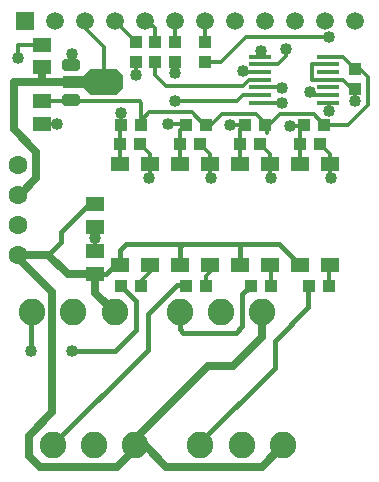
<source format=gbr>
G04 DipTrace 4.0.0.2*
G04 1 - Top.gbr*
%MOIN*%
G04 #@! TF.FileFunction,Copper,L1,Top*
G04 #@! TF.Part,Single*
%AMOUTLINE0*
4,1,28,
-0.019686,0.019684,
0.019684,0.019686,
0.022232,0.01935,
0.024606,0.018367,
0.026644,0.016803,
0.028208,0.014765,
0.029192,0.012391,
0.029527,0.009843,
0.029528,-0.009842,
0.029193,-0.012389,
0.028209,-0.014763,
0.026645,-0.016801,
0.024607,-0.018366,
0.022233,-0.019349,
0.019686,-0.019684,
-0.019684,-0.019686,
-0.022232,-0.01935,
-0.024606,-0.018367,
-0.026644,-0.016803,
-0.028208,-0.014765,
-0.029192,-0.012391,
-0.029527,-0.009843,
-0.029528,0.009842,
-0.029193,0.012389,
-0.028209,0.014763,
-0.026645,0.016801,
-0.024607,0.018366,
-0.022233,0.019349,
-0.019686,0.019684,
0*%
%AMOUTLINE3*
4,1,10,
-0.100393,-0.019688,
-0.033464,-0.019686,
-0.009841,-0.043307,
0.076773,-0.043305,
0.100394,-0.019682,
0.100393,0.019688,
0.07677,0.043309,
-0.009844,0.043307,
-0.033465,0.019684,
-0.100394,0.019682,
-0.100393,-0.019688,
0*%
%AMOUTLINE6*
4,1,28,
-0.035433,-0.003937,
-0.035433,0.003937,
-0.035299,0.004956,
-0.034906,0.005906,
-0.03428,0.006721,
-0.033465,0.007347,
-0.032515,0.00774,
-0.031496,0.007874,
0.031496,0.007874,
0.032515,0.00774,
0.033465,0.007347,
0.03428,0.006721,
0.034906,0.005906,
0.035299,0.004956,
0.035433,0.003937,
0.035433,-0.003937,
0.035299,-0.004956,
0.034906,-0.005906,
0.03428,-0.006721,
0.033465,-0.007347,
0.032515,-0.00774,
0.031496,-0.007874,
-0.031496,-0.007874,
-0.032515,-0.00774,
-0.033465,-0.007347,
-0.03428,-0.006721,
-0.034906,-0.005906,
-0.035299,-0.004956,
-0.035433,-0.003937,
0*%
G04 #@! TA.AperFunction,Conductor*
%ADD15C,0.025*%
%ADD16C,0.012*%
%ADD17C,0.016*%
%ADD18C,0.014*%
%ADD19R,0.059055X0.051181*%
%ADD20R,0.03937X0.043307*%
%ADD21R,0.043307X0.03937*%
G04 #@! TA.AperFunction,ComponentPad*
%ADD22R,0.059055X0.059055*%
%ADD23C,0.059055*%
%ADD24C,0.062992*%
%ADD25C,0.088583*%
G04 #@! TA.AperFunction,ViaPad*
%ADD26C,0.04*%
%ADD51OUTLINE0*%
%ADD54OUTLINE3*%
%ADD57OUTLINE6*%
%FSLAX26Y26*%
G04*
G70*
G90*
G75*
G01*
G04 Top*
%LPD*%
X531202Y1812550D2*
D15*
Y1762450D1*
X699950D1*
X452756Y1388583D2*
X457332D1*
X512450Y1443701D1*
Y1531202D1*
X437450Y1606202D1*
Y1762450D1*
X699950D1*
X673617Y1968504D2*
D16*
Y1945035D1*
X737451Y1881201D1*
Y1762450D1*
X699950D1*
X531199Y1887353D2*
X449951D1*
Y1843701D1*
X531202Y1625049D2*
X581201D1*
Y1624951D1*
X891732Y1489066D2*
Y1447982D1*
X887451Y1443701D1*
X1091732Y1489066D2*
Y1445669D1*
X1093701Y1443701D1*
X1291732Y1489066D2*
Y1445669D1*
X1293701Y1443701D1*
X1491732Y1489066D2*
Y1445669D1*
X1493701Y1443701D1*
X891732Y1489066D2*
Y1522883D1*
X858415Y1556201D1*
X1091732Y1489066D2*
Y1522885D1*
X1058416Y1556201D1*
X1291732Y1489066D2*
Y1522885D1*
X1258416Y1556201D1*
X1491732Y1489066D2*
Y1522883D1*
X1458415Y1556201D1*
X1574951Y1741486D2*
Y1699950D1*
Y1741486D2*
X1564665D1*
X1534497Y1771654D1*
X1485580D1*
X1257241Y1694882D2*
X1330020D1*
X1331201Y1693701D1*
X1485580Y1822835D2*
X1431201D1*
Y1771654D1*
X1485580D1*
X629083Y1821503D2*
Y1854083D1*
X631201Y1856201D1*
X452756Y1188583D2*
D15*
X551936D1*
X616503Y1124016D1*
X708661D1*
Y1061391D1*
X773031Y997021D1*
X841929Y552139D2*
X873185D1*
X944123Y481201D1*
X1263117D1*
X1334055Y552139D1*
X452756Y1188583D2*
Y1177289D1*
X565696Y1064349D1*
Y663407D1*
X487450Y585161D1*
Y518071D1*
X524320Y481201D1*
X781201D1*
X841929Y541929D1*
Y552139D1*
X708661Y1124016D2*
D17*
X743862D1*
X774266Y1154420D1*
X791732D1*
Y1204564D1*
X811684Y1224516D1*
X1002016D1*
X1191732D1*
X1321636D1*
X1391732Y1154420D1*
X1191732D2*
Y1224516D1*
X991732Y1154420D2*
Y1214232D1*
X1002016Y1224516D1*
X841929Y552139D2*
D15*
Y573793D1*
X1084402Y816265D1*
X1169094D1*
X1265157Y912328D1*
Y997021D1*
X452756Y1188583D2*
D17*
D3*
X708661Y1356299D2*
X687458D1*
X594688Y1263529D1*
Y1231335D1*
X551936Y1188583D1*
X861171Y1083534D2*
D18*
Y1100757D1*
X891732Y1131319D1*
Y1154420D1*
X1076772Y1083535D2*
Y1116504D1*
X1091732Y1131465D1*
Y1154420D1*
X1293307Y1082946D2*
Y1134941D1*
X1291732Y1136516D1*
Y1154420D1*
X1489222Y1082946D2*
Y1131064D1*
X1491732Y1133575D1*
Y1154420D1*
X531200Y1699852D2*
D16*
X625545D1*
X629086Y1703393D1*
X860236Y1621121D2*
Y1635235D1*
X887451Y1662450D1*
X1031201D1*
X1072530Y1621121D1*
X1076772D1*
X1281201Y1593701D2*
Y1612450D1*
X1324951Y1656201D1*
X1437451D1*
X1468701Y1624951D1*
Y1621121D1*
X1470472D1*
X1076772D2*
X1096121D1*
X1131201Y1656201D1*
X1243699D1*
X1273622Y1626278D1*
Y1621121D1*
X1485580Y1848425D2*
X1534941D1*
X1574951Y1808415D1*
X1591487D1*
X1618701Y1781201D1*
Y1687450D1*
X1552371Y1621121D1*
X1470472D1*
X860236D2*
X862450D1*
Y1693701D1*
X856199Y1699951D1*
X629086D1*
Y1703393D1*
X791732Y1489066D2*
Y1619546D1*
X793307Y1621121D1*
X1257234Y1848425D2*
Y1863483D1*
X1262451Y1868701D1*
X793307Y1662056D2*
Y1621121D1*
X991732Y1489066D2*
Y1603010D1*
X1009843Y1621121D1*
X1257234Y1797244D2*
X1202657D1*
X1199951Y1799950D1*
X949951Y1624951D2*
X1006012D1*
X1009843Y1621121D1*
X708661Y1198819D2*
Y1241240D1*
X706201Y1243701D1*
X708661Y1281496D2*
Y1246161D1*
X706201Y1243701D1*
X1191732Y1489066D2*
Y1606160D1*
X1206693Y1621121D1*
X1257234Y1746063D2*
X1328839D1*
X1331201Y1743701D1*
X1156201Y1621121D2*
X1206693D1*
X1391732Y1489066D2*
Y1609310D1*
X1403543Y1621121D1*
X1485580Y1720472D2*
X1435678D1*
X1424950Y1731201D1*
X1356201Y1618701D2*
X1405963D1*
X1403543Y1621121D1*
X497441Y997021D2*
D17*
X493701D1*
Y868701D1*
X630573D2*
X775277D1*
X843749Y937173D1*
Y1034026D1*
X794241Y1083534D1*
X566339Y552139D2*
X564639D1*
X883787Y871287D1*
Y990979D1*
X980260Y1087451D1*
X1005924D1*
X1009843Y1083533D1*
X989567Y997021D2*
Y938941D1*
X1001127Y927381D1*
X1177500D1*
X1199134Y949014D1*
Y1055702D1*
X1226378Y1082946D1*
X1058465Y552139D2*
Y564182D1*
X1306281Y811999D1*
Y898988D1*
X1419474Y1012181D1*
Y1080127D1*
X1422293Y1082946D1*
X1073617Y1968504D2*
D16*
Y1897249D1*
X1074950Y1895916D1*
X773617Y1968504D2*
Y1966000D1*
X843701Y1895916D1*
X873617Y1968504D2*
X881398D1*
X906201Y1943701D1*
Y1895916D1*
X973617Y1968504D2*
Y1897249D1*
X974950Y1895916D1*
X843701Y1828987D2*
Y1787451D1*
X1343701Y1874951D2*
Y1849951D1*
X1316584Y1822835D1*
X1257234D1*
Y1771654D2*
X1221655D1*
X1199951Y1749950D1*
X943702D1*
X906201Y1787451D1*
Y1828987D1*
X1074950D2*
X1128987D1*
X1212451Y1912451D1*
X1487450D1*
Y1668701D2*
Y1693012D1*
X1485580Y1694882D1*
X1257234Y1720472D2*
X1201723D1*
X1181201Y1699950D1*
X974950D1*
Y1793701D2*
Y1828987D1*
D26*
X793307Y1662056D3*
X949951Y1624951D3*
X1156201Y1621121D3*
X1356201Y1618701D3*
X493701Y868701D3*
X630573D3*
X843701Y1787451D3*
X1343701Y1874951D3*
X1487450Y1912451D3*
Y1668701D3*
X974950Y1699950D3*
Y1793701D3*
X706201Y1243701D3*
X1424950Y1731201D3*
X1199951Y1799950D3*
X1331201Y1743701D3*
X1262451Y1868701D3*
X449951Y1843701D3*
X581201Y1624951D3*
X887451Y1443701D3*
X1093701D3*
X1293701D3*
X1493701D3*
X1574951Y1699950D3*
X1331201Y1693701D3*
X631201Y1856201D3*
D19*
X531202Y1812550D3*
X531199Y1887353D3*
X531200Y1699852D3*
X531202Y1625049D3*
X708661Y1124016D3*
Y1198819D3*
D20*
X1574951Y1808415D3*
Y1741486D3*
D21*
X1058416Y1556201D3*
X991487D3*
X1258416D3*
X1191487D3*
X1458415D3*
X1391486D3*
X858415D3*
X791486D3*
D22*
X473617Y1968504D3*
D23*
X573617D3*
X673617D3*
X773617D3*
X873617D3*
X973617D3*
X1073617D3*
X1173617D3*
X1273608D3*
X1373608D3*
X1473608D3*
X1573608D3*
D19*
X1491732Y1154420D3*
Y1489066D3*
X1391732Y1154420D3*
Y1489066D3*
X1291732Y1154420D3*
Y1489066D3*
X1191732Y1154420D3*
Y1489066D3*
X1091732Y1154420D3*
Y1489066D3*
X991732Y1154420D3*
Y1489066D3*
X891732Y1154420D3*
Y1489066D3*
X791732Y1154420D3*
Y1489066D3*
D24*
X452756Y1488583D3*
Y1388583D3*
Y1288583D3*
Y1188583D3*
D51*
X629083Y1821503D3*
D54*
X699950Y1762450D3*
D51*
X629086Y1703393D3*
D21*
X794241Y1083534D3*
X861171D3*
X1009843Y1083533D3*
X1076772Y1083535D3*
X1226378Y1082946D3*
X1293307D3*
X1422293D3*
X1489222D3*
X860236Y1621121D3*
X793307D3*
X1076772D3*
X1009843D3*
X1273622D3*
X1206693D3*
X1470472D3*
X1403543D3*
D19*
X708661Y1281496D3*
Y1356299D3*
D20*
X843701Y1895916D3*
Y1828987D3*
X906201Y1895916D3*
Y1828987D3*
X974950Y1895916D3*
Y1828987D3*
X1074950Y1895916D3*
Y1828987D3*
D25*
X497441Y997021D3*
X635236D3*
X773031D3*
X566339Y552139D3*
X704134D3*
X841929D3*
X989567Y997021D3*
X1127362D3*
X1265157D3*
X1058465Y552139D3*
X1196260D3*
X1334055D3*
D57*
X1257234Y1848425D3*
Y1822835D3*
Y1797244D3*
Y1771654D3*
Y1746063D3*
Y1720472D3*
X1257241Y1694882D3*
X1485580D3*
Y1720472D3*
Y1746063D3*
Y1771654D3*
Y1797244D3*
Y1822835D3*
Y1848425D3*
M02*

</source>
